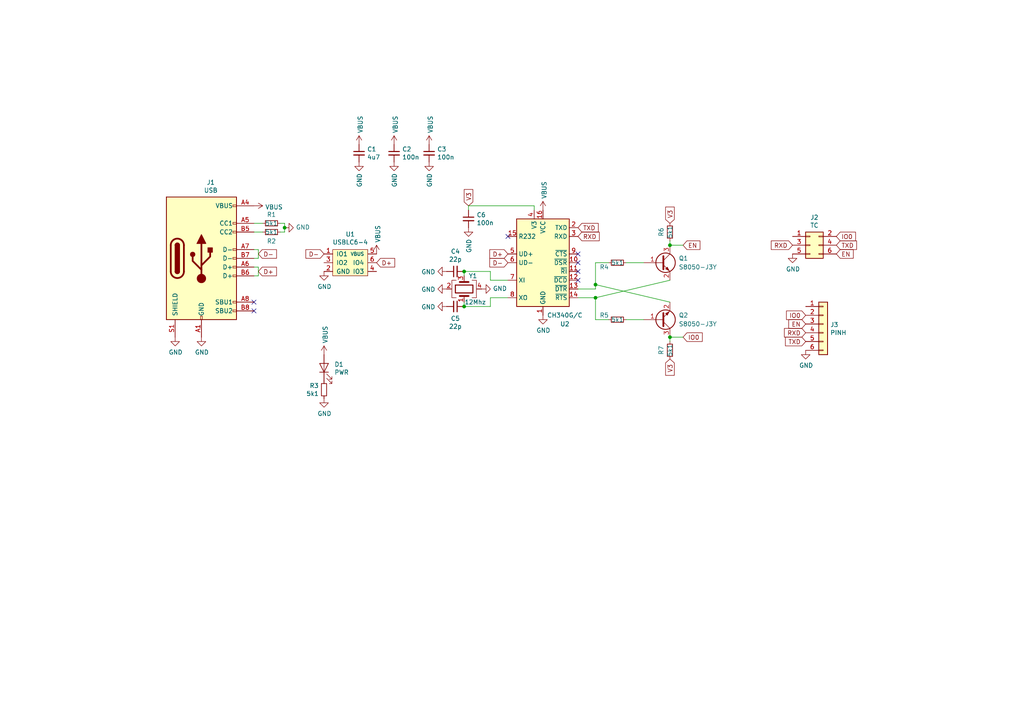
<source format=kicad_sch>
(kicad_sch (version 20211123) (generator eeschema)
  (paper "A4")
  (lib_symbols
    (symbol "Connector:USB_C_Receptacle_USB2.0" (pin_names (offset 1.016))
      (property "Reference" "J" (at -10.16 19.05 0))
      (property "Value" "USB_C_Receptacle_USB2.0" (at 19.05 19.05 0))
      (symbol "USB_C_Receptacle_USB2.0_0_0"
        (rectangle (start -0.254 -17.78) (end 0.254 -16.764))
        (rectangle (start 10.16 -14.986) (end 9.144 -15.494))
        (rectangle (start 10.16 -12.446) (end 9.144 -12.954))
        (rectangle (start 10.16 -4.826) (end 9.144 -5.334))
        (rectangle (start 10.16 -2.286) (end 9.144 -2.794))
        (rectangle (start 10.16 0.254) (end 9.144 -0.254))
        (rectangle (start 10.16 2.794) (end 9.144 2.286))
        (rectangle (start 10.16 7.874) (end 9.144 7.366))
        (rectangle (start 10.16 10.414) (end 9.144 9.906))
        (rectangle (start 10.16 15.494) (end 9.144 14.986))
      )
      (symbol "USB_C_Receptacle_USB2.0_0_1"
        (rectangle (start -10.16 17.78) (end 10.16 -17.78) (stroke (width 0.254)) (fill (type background)))
        (arc (start -8.89 -3.81) (mid -6.985 -5.715) (end -5.08 -3.81) (stroke (width 0.508)))
        (arc (start -7.62 -3.81) (mid -6.985 -4.445) (end -6.35 -3.81) (stroke (width 0.254)))
        (arc (start -7.62 -3.81) (mid -6.985 -4.445) (end -6.35 -3.81) (stroke (width 0.254)) (fill (type outline)))
        (rectangle (start -7.62 -3.81) (end -6.35 3.81) (stroke (width 0.254)) (fill (type outline)))
        (arc (start -6.35 3.81) (mid -6.985 4.445) (end -7.62 3.81) (stroke (width 0.254)))
        (arc (start -6.35 3.81) (mid -6.985 4.445) (end -7.62 3.81) (stroke (width 0.254)) (fill (type outline)))
        (arc (start -5.08 3.81) (mid -6.985 5.715) (end -8.89 3.81) (stroke (width 0.508)))
        (circle (center -2.54 1.143) (radius 0.635) (stroke (width 0.254)) (fill (type outline)))
        (circle (center 0 -5.842) (radius 1.27) (fill (type outline)))
        (polyline (pts (xy -8.89 -3.81) (xy -8.89 3.81)) (stroke (width 0.508)))
        (polyline (pts (xy -5.08 3.81) (xy -5.08 -3.81)) (stroke (width 0.508)))
        (polyline (pts (xy 0 -5.842) (xy 0 4.318)) (stroke (width 0.508)))
        (polyline (pts (xy 0 -3.302) (xy -2.54 -0.762) (xy -2.54 0.508)) (stroke (width 0.508)))
        (polyline (pts (xy 0 -2.032) (xy 2.54 0.508) (xy 2.54 1.778)) (stroke (width 0.508)))
        (polyline (pts (xy -1.27 4.318) (xy 0 6.858) (xy 1.27 4.318) (xy -1.27 4.318)) (stroke (width 0.254)) (fill (type outline)))
        (rectangle (start 1.905 1.778) (end 3.175 3.048) (stroke (width 0.254)) (fill (type outline)))
      )
      (symbol "USB_C_Receptacle_USB2.0_1_1"
        (pin power_in line (at 0 -22.86 90) (length 5.08) (name "GND") (number "A1"))
        (pin passive line (at 0 -22.86 90) (length 5.08) hide (name "GND") (number "A12"))
        (pin power_in line (at 15.24 15.24 180) (length 5.08) (name "VBUS") (number "A4"))
        (pin bidirectional line (at 15.24 10.16 180) (length 5.08) (name "CC1") (number "A5"))
        (pin bidirectional line (at 15.24 -2.54 180) (length 5.08) (name "D+") (number "A6"))
        (pin bidirectional line (at 15.24 2.54 180) (length 5.08) (name "D-") (number "A7"))
        (pin bidirectional line (at 15.24 -12.7 180) (length 5.08) (name "SBU1") (number "A8"))
        (pin passive line (at 15.24 15.24 180) (length 5.08) hide (name "VBUS") (number "A9"))
        (pin passive line (at 0 -22.86 90) (length 5.08) hide (name "GND") (number "B1"))
        (pin passive line (at 0 -22.86 90) (length 5.08) hide (name "GND") (number "B12"))
        (pin passive line (at 15.24 15.24 180) (length 5.08) hide (name "VBUS") (number "B4"))
        (pin bidirectional line (at 15.24 7.62 180) (length 5.08) (name "CC2") (number "B5"))
        (pin bidirectional line (at 15.24 -5.08 180) (length 5.08) (name "D+") (number "B6"))
        (pin bidirectional line (at 15.24 0 180) (length 5.08) (name "D-") (number "B7"))
        (pin bidirectional line (at 15.24 -15.24 180) (length 5.08) (name "SBU2") (number "B8"))
        (pin passive line (at 15.24 15.24 180) (length 5.08) hide (name "VBUS") (number "B9"))
        (pin passive line (at -7.62 -22.86 90) (length 5.08) (name "SHIELD") (number "S1"))
      )
    )
    (symbol "Connector_Generic:Conn_01x06" (pin_names (offset 1.016) hide)
      (property "Reference" "J" (at 0 7.62 0))
      (property "Value" "Conn_01x06" (at 0 -10.16 0))
      (symbol "Conn_01x06_1_1"
        (rectangle (start -1.27 -7.493) (end 0 -7.747) (stroke (width 0.1524)))
        (rectangle (start -1.27 -4.953) (end 0 -5.207) (stroke (width 0.1524)))
        (rectangle (start -1.27 -2.413) (end 0 -2.667) (stroke (width 0.1524)))
        (rectangle (start -1.27 0.127) (end 0 -0.127) (stroke (width 0.1524)))
        (rectangle (start -1.27 2.667) (end 0 2.413) (stroke (width 0.1524)))
        (rectangle (start -1.27 5.207) (end 0 4.953) (stroke (width 0.1524)))
        (rectangle (start -1.27 6.35) (end 1.27 -8.89) (stroke (width 0.254)) (fill (type background)))
        (pin passive line (at -5.08 5.08 0) (length 3.81) (name "Pin_1") (number "1"))
        (pin passive line (at -5.08 2.54 0) (length 3.81) (name "Pin_2") (number "2"))
        (pin passive line (at -5.08 0 0) (length 3.81) (name "Pin_3") (number "3"))
        (pin passive line (at -5.08 -2.54 0) (length 3.81) (name "Pin_4") (number "4"))
        (pin passive line (at -5.08 -5.08 0) (length 3.81) (name "Pin_5") (number "5"))
        (pin passive line (at -5.08 -7.62 0) (length 3.81) (name "Pin_6") (number "6"))
      )
    )
    (symbol "Connector_Generic:Conn_02x03_Odd_Even" (pin_names (offset 1.016) hide)
      (property "Reference" "J" (at 1.27 5.08 0))
      (property "Value" "Conn_02x03_Odd_Even" (at 1.27 -5.08 0))
      (symbol "Conn_02x03_Odd_Even_1_1"
        (rectangle (start -1.27 -2.413) (end 0 -2.667) (stroke (width 0.1524)))
        (rectangle (start -1.27 0.127) (end 0 -0.127) (stroke (width 0.1524)))
        (rectangle (start -1.27 2.667) (end 0 2.413) (stroke (width 0.1524)))
        (rectangle (start -1.27 3.81) (end 3.81 -3.81) (stroke (width 0.254)) (fill (type background)))
        (rectangle (start 3.81 -2.413) (end 2.54 -2.667) (stroke (width 0.1524)))
        (rectangle (start 3.81 0.127) (end 2.54 -0.127) (stroke (width 0.1524)))
        (rectangle (start 3.81 2.667) (end 2.54 2.413) (stroke (width 0.1524)))
        (pin passive line (at -5.08 2.54 0) (length 3.81) (name "Pin_1") (number "1"))
        (pin passive line (at 7.62 2.54 180) (length 3.81) (name "Pin_2") (number "2"))
        (pin passive line (at -5.08 0 0) (length 3.81) (name "Pin_3") (number "3"))
        (pin passive line (at 7.62 0 180) (length 3.81) (name "Pin_4") (number "4"))
        (pin passive line (at -5.08 -2.54 0) (length 3.81) (name "Pin_5") (number "5"))
        (pin passive line (at 7.62 -2.54 180) (length 3.81) (name "Pin_6") (number "6"))
      )
    )
    (symbol "Device:C_Small" (pin_numbers hide) (pin_names (offset 0.254) hide)
      (property "Reference" "C" (at 0.254 1.778 0))
      (property "Value" "C_Small" (at 0.254 -2.032 0))
      (symbol "C_Small_0_1"
        (polyline (pts (xy -1.524 -0.508) (xy 1.524 -0.508)) (stroke (width 0.3302)))
        (polyline (pts (xy -1.524 0.508) (xy 1.524 0.508)) (stroke (width 0.3048)))
      )
      (symbol "C_Small_1_1"
        (pin passive line (at 0 2.54 270) (length 2.032) (name "~") (number "1"))
        (pin passive line (at 0 -2.54 90) (length 2.032) (name "~") (number "2"))
      )
    )
    (symbol "Device:Crystal_GND24" (pin_names (offset 1.016) hide)
      (property "Reference" "Y" (at 3.175 5.08 0))
      (property "Value" "Crystal_GND24" (at 3.175 3.175 0))
      (symbol "Crystal_GND24_0_1"
        (rectangle (start -1.143 2.54) (end 1.143 -2.54) (stroke (width 0.3048)))
        (polyline (pts (xy -2.54 0) (xy -2.032 0)))
        (polyline (pts (xy -2.032 -1.27) (xy -2.032 1.27)) (stroke (width 0.508)))
        (polyline (pts (xy 0 -3.81) (xy 0 -3.556)))
        (polyline (pts (xy 0 3.556) (xy 0 3.81)))
        (polyline (pts (xy 2.032 -1.27) (xy 2.032 1.27)) (stroke (width 0.508)))
        (polyline (pts (xy 2.032 0) (xy 2.54 0)))
        (polyline (pts (xy -2.54 -2.286) (xy -2.54 -3.556) (xy 2.54 -3.556) (xy 2.54 -2.286)))
        (polyline (pts (xy -2.54 2.286) (xy -2.54 3.556) (xy 2.54 3.556) (xy 2.54 2.286)))
      )
      (symbol "Crystal_GND24_1_1"
        (pin passive line (at -3.81 0 0) (length 1.27) (name "1") (number "1"))
        (pin passive line (at 0 5.08 270) (length 1.27) (name "2") (number "2"))
        (pin passive line (at 3.81 0 180) (length 1.27) (name "3") (number "3"))
        (pin passive line (at 0 -5.08 90) (length 1.27) (name "4") (number "4"))
      )
    )
    (symbol "Device:LED" (pin_numbers hide) (pin_names (offset 1.016) hide)
      (property "Reference" "D" (at 0 2.54 0))
      (property "Value" "LED" (at 0 -2.54 0))
      (symbol "LED_0_1"
        (polyline (pts (xy -1.27 -1.27) (xy -1.27 1.27)) (stroke (width 0.2032)))
        (polyline (pts (xy -1.27 0) (xy 1.27 0)))
        (polyline (pts (xy 1.27 -1.27) (xy 1.27 1.27) (xy -1.27 0) (xy 1.27 -1.27)) (stroke (width 0.2032)))
        (polyline (pts (xy -3.048 -0.762) (xy -4.572 -2.286) (xy -3.81 -2.286) (xy -4.572 -2.286) (xy -4.572 -1.524)))
        (polyline (pts (xy -1.778 -0.762) (xy -3.302 -2.286) (xy -2.54 -2.286) (xy -3.302 -2.286) (xy -3.302 -1.524)))
      )
      (symbol "LED_1_1"
        (pin passive line (at -3.81 0 0) (length 2.54) (name "K") (number "1"))
        (pin passive line (at 3.81 0 180) (length 2.54) (name "A") (number "2"))
      )
    )
    (symbol "Device:R_Small" (pin_numbers hide) (pin_names (offset 0.254) hide)
      (property "Reference" "R" (at 0.762 0.508 0))
      (property "Value" "R_Small" (at 0.762 -1.016 0))
      (symbol "R_Small_0_1"
        (rectangle (start -0.762 1.778) (end 0.762 -1.778) (stroke (width 0.2032)))
      )
      (symbol "R_Small_1_1"
        (pin passive line (at 0 2.54 270) (length 0.762) (name "~") (number "1"))
        (pin passive line (at 0 -2.54 90) (length 0.762) (name "~") (number "2"))
      )
    )
    (symbol "Interface_USB:CH340G"
      (property "Reference" "U" (at -5.08 13.97 0))
      (property "Value" "CH340G" (at 1.27 13.97 0))
      (symbol "CH340G_0_1"
        (rectangle (start -7.62 12.7) (end 7.62 -12.7) (stroke (width 0.254)) (fill (type background)))
      )
      (symbol "CH340G_1_1"
        (pin power_in line (at 0 -15.24 90) (length 2.54) (name "GND") (number "1"))
        (pin input line (at 10.16 0 180) (length 2.54) (name "~{DSR}") (number "10"))
        (pin input line (at 10.16 -2.54 180) (length 2.54) (name "~{RI}") (number "11"))
        (pin input line (at 10.16 -5.08 180) (length 2.54) (name "~{DCD}") (number "12"))
        (pin output line (at 10.16 -7.62 180) (length 2.54) (name "~{DTR}") (number "13"))
        (pin output line (at 10.16 -10.16 180) (length 2.54) (name "~{RTS}") (number "14"))
        (pin input line (at -10.16 7.62 0) (length 2.54) (name "R232") (number "15"))
        (pin power_in line (at 0 15.24 270) (length 2.54) (name "VCC") (number "16"))
        (pin output line (at 10.16 10.16 180) (length 2.54) (name "TXD") (number "2"))
        (pin input line (at 10.16 7.62 180) (length 2.54) (name "RXD") (number "3"))
        (pin passive line (at -2.54 15.24 270) (length 2.54) (name "V3") (number "4"))
        (pin bidirectional line (at -10.16 2.54 0) (length 2.54) (name "UD+") (number "5"))
        (pin bidirectional line (at -10.16 0 0) (length 2.54) (name "UD-") (number "6"))
        (pin input line (at -10.16 -5.08 0) (length 2.54) (name "XI") (number "7"))
        (pin output line (at -10.16 -10.16 0) (length 2.54) (name "XO") (number "8"))
        (pin input line (at 10.16 2.54 180) (length 2.54) (name "~{CTS}") (number "9"))
      )
    )
    (symbol "caffeinated-labs:S8050-J3Y" (pin_names (offset 0) hide)
      (property "Reference" "Q" (at 5.08 1.905 0))
      (property "Value" "S8050-J3Y" (at 5.08 0 0))
      (symbol "S8050-J3Y_0_1"
        (polyline (pts (xy 0 0) (xy 0.635 0)))
        (polyline (pts (xy 0.635 0.635) (xy 2.54 2.54)))
        (polyline (pts (xy 0.635 -0.635) (xy 2.54 -2.54) (xy 2.54 -2.54)))
        (polyline (pts (xy 0.635 1.905) (xy 0.635 -1.905) (xy 0.635 -1.905)) (stroke (width 0.508)))
        (polyline (pts (xy 1.27 -1.778) (xy 1.778 -1.27) (xy 2.286 -2.286) (xy 1.27 -1.778) (xy 1.27 -1.778)) (fill (type outline)))
        (circle (center 1.27 0) (radius 2.8194) (stroke (width 0.254)))
      )
      (symbol "S8050-J3Y_1_1"
        (pin input line (at -5.08 0 0) (length 5.08) (name "B") (number "1"))
        (pin passive line (at 2.54 -5.08 90) (length 2.54) (name "E") (number "2"))
        (pin passive line (at 2.54 5.08 270) (length 2.54) (name "C") (number "3"))
      )
    )
    (symbol "otter:USBLC6-4" (pin_names (offset 1.016))
      (property "Reference" "U" (at 0 7.62 0))
      (property "Value" "otter_USBLC6-4" (at 0 5.08 0))
      (symbol "USBLC6-4_0_1"
        (rectangle (start -5.08 3.81) (end 5.08 -3.81) (fill (type background)))
      )
      (symbol "USBLC6-4_1_1"
        (pin input line (at -7.62 2.54 0) (length 2.54) (name "IO1") (number "1"))
        (pin input line (at -7.62 -2.54 0) (length 2.54) (name "GND") (number "2"))
        (pin input line (at -7.62 0 0) (length 2.54) (name "IO2") (number "3"))
        (pin input line (at 7.62 -2.54 180) (length 2.54) (name "IO3") (number "4"))
        (pin input line (at 7.62 2.54 180) (length 2.54) (name "VBUS") (number "5"))
        (pin input line (at 7.62 0 180) (length 2.54) (name "IO4") (number "6"))
      )
    )
    (symbol "power:GND" (power) (pin_names (offset 0))
      (property "Value" "GND" (at 0 -3.81 0))
      (symbol "GND_0_1"
        (polyline (pts (xy 0 0) (xy 0 -1.27) (xy 1.27 -1.27) (xy 0 -2.54) (xy -1.27 -1.27) (xy 0 -1.27)))
      )
      (symbol "GND_1_1"
        (pin power_in line (at 0 0 270) (length 0) hide (name "GND") (number "1"))
      )
    )
    (symbol "power:VBUS" (power) (pin_names (offset 0))
      (property "Value" "VBUS" (at 0 3.81 0))
      (symbol "VBUS_0_1"
        (polyline (pts (xy -0.762 1.27) (xy 0 2.54)))
        (polyline (pts (xy 0 0) (xy 0 2.54)))
        (polyline (pts (xy 0 2.54) (xy 0.762 1.27)))
      )
      (symbol "VBUS_1_1"
        (pin power_in line (at 0 0 90) (length 0) hide (name "VBUS") (number "1"))
      )
    )
  )
  (junction (at 194.31 71.12))
  (junction (at 134.62 88.9))
  (junction (at 82.55 66.04))
  (junction (at 172.72 86.36))
  (junction (at 194.31 97.79))
  (junction (at 134.62 78.74))
  (junction (at 172.72 82.55))
  (no_connect (at 167.64 81.28))
  (no_connect (at 73.66 90.17))
  (no_connect (at 73.66 87.63))
  (no_connect (at 167.64 76.2))
  (no_connect (at 167.64 78.74))
  (no_connect (at 147.32 68.58))
  (no_connect (at 167.64 73.66))
  (wire (pts (xy 74.93 80.01) (xy 73.66 80.01)))
  (wire (pts (xy 74.93 72.39) (xy 74.93 74.93)))
  (wire (pts (xy 154.94 59.69) (xy 135.89 59.69)))
  (wire (pts (xy 172.72 82.55) (xy 172.72 83.82)))
  (wire (pts (xy 74.93 77.47) (xy 74.93 80.01)))
  (wire (pts (xy 142.24 86.36) (xy 147.32 86.36)))
  (wire (pts (xy 73.66 67.31) (xy 76.2 67.31)))
  (wire (pts (xy 76.2 64.77) (xy 73.66 64.77)))
  (wire (pts (xy 154.94 60.96) (xy 154.94 59.69)))
  (wire (pts (xy 198.12 97.79) (xy 194.31 97.79)))
  (wire (pts (xy 81.28 67.31) (xy 82.55 67.31)))
  (wire (pts (xy 194.31 81.28) (xy 172.72 86.36)))
  (wire (pts (xy 194.31 71.12) (xy 194.31 69.85)))
  (wire (pts (xy 176.53 92.71) (xy 172.72 92.71)))
  (wire (pts (xy 73.66 72.39) (xy 74.93 72.39)))
  (wire (pts (xy 194.31 87.63) (xy 172.72 82.55)))
  (wire (pts (xy 74.93 74.93) (xy 73.66 74.93)))
  (wire (pts (xy 73.66 77.47) (xy 74.93 77.47)))
  (wire (pts (xy 181.61 76.2) (xy 186.69 76.2)))
  (wire (pts (xy 82.55 66.04) (xy 82.55 64.77)))
  (wire (pts (xy 134.62 87.63) (xy 134.62 88.9)))
  (wire (pts (xy 142.24 86.36) (xy 142.24 88.9)))
  (wire (pts (xy 167.64 86.36) (xy 172.72 86.36)))
  (wire (pts (xy 172.72 76.2) (xy 172.72 82.55)))
  (wire (pts (xy 82.55 64.77) (xy 81.28 64.77)))
  (wire (pts (xy 135.89 59.69) (xy 135.89 60.96)))
  (wire (pts (xy 172.72 83.82) (xy 167.64 83.82)))
  (wire (pts (xy 142.24 78.74) (xy 142.24 81.28)))
  (wire (pts (xy 198.12 71.12) (xy 194.31 71.12)))
  (wire (pts (xy 194.31 99.06) (xy 194.31 97.79)))
  (wire (pts (xy 172.72 76.2) (xy 176.53 76.2)))
  (wire (pts (xy 142.24 78.74) (xy 134.62 78.74)))
  (wire (pts (xy 82.55 67.31) (xy 82.55 66.04)))
  (wire (pts (xy 186.69 92.71) (xy 181.61 92.71)))
  (wire (pts (xy 172.72 86.36) (xy 172.72 92.71)))
  (wire (pts (xy 147.32 81.28) (xy 142.24 81.28)))
  (wire (pts (xy 134.62 88.9) (xy 142.24 88.9)))
  (wire (pts (xy 134.62 80.01) (xy 134.62 78.74)))
  (global_label "D+" (shape input) (at 74.93 78.74 0) (property "Intersheet References" "${INTERSHEET_REFS}" (effects hide)))
  (global_label "D-" (shape input) (at 147.32 76.2 180) (property "Intersheet References" "${INTERSHEET_REFS}" (effects hide)))
  (global_label "EN" (shape input) (at 198.12 71.12 0) (property "Intersheet References" "${INTERSHEET_REFS}" (effects hide)))
  (global_label "RXD" (shape input) (at 167.64 68.58 0) (property "Intersheet References" "${INTERSHEET_REFS}" (effects hide)))
  (global_label "V3" (shape input) (at 194.31 64.77 90) (property "Intersheet References" "${INTERSHEET_REFS}" (effects hide)))
  (global_label "D-" (shape input) (at 93.98 73.66 180) (property "Intersheet References" "${INTERSHEET_REFS}" (effects hide)))
  (global_label "TXD" (shape input) (at 167.64 66.04 0) (property "Intersheet References" "${INTERSHEET_REFS}" (effects hide)))
  (global_label "EN" (shape input) (at 233.68 93.98 180) (property "Intersheet References" "${INTERSHEET_REFS}" (effects hide)))
  (global_label "IO0" (shape input) (at 233.68 91.44 180) (property "Intersheet References" "${INTERSHEET_REFS}" (effects hide)))
  (global_label "D+" (shape input) (at 109.22 76.2 0) (property "Intersheet References" "${INTERSHEET_REFS}" (effects hide)))
  (global_label "IO0" (shape input) (at 242.57 68.58 0) (property "Intersheet References" "${INTERSHEET_REFS}" (effects hide)))
  (global_label "TXD" (shape input) (at 233.68 99.06 180) (property "Intersheet References" "${INTERSHEET_REFS}" (effects hide)))
  (global_label "RXD" (shape input) (at 233.68 96.52 180) (property "Intersheet References" "${INTERSHEET_REFS}" (effects hide)))
  (global_label "RXD" (shape input) (at 229.87 71.12 180) (property "Intersheet References" "${INTERSHEET_REFS}" (effects hide)))
  (global_label "IO0" (shape input) (at 198.12 97.79 0) (property "Intersheet References" "${INTERSHEET_REFS}" (effects hide)))
  (global_label "EN" (shape input) (at 242.57 73.66 0) (property "Intersheet References" "${INTERSHEET_REFS}" (effects hide)))
  (global_label "D-" (shape input) (at 74.93 73.66 0) (property "Intersheet References" "${INTERSHEET_REFS}" (effects hide)))
  (global_label "TXD" (shape input) (at 242.57 71.12 0) (property "Intersheet References" "${INTERSHEET_REFS}" (effects hide)))
  (global_label "V3" (shape input) (at 194.31 104.14 270) (property "Intersheet References" "${INTERSHEET_REFS}" (effects hide)))
  (global_label "D+" (shape input) (at 147.32 73.66 180) (property "Intersheet References" "${INTERSHEET_REFS}" (effects hide)))
  (global_label "V3" (shape input) (at 135.89 59.69 90) (property "Intersheet References" "${INTERSHEET_REFS}" (effects hide)))
  (symbol (lib_id "Connector:USB_C_Receptacle_USB2.0") (at 58.42 74.93 0) (unit 1)
    (property "Reference" "J1" (at 61.1378 52.9082 0))
    (property "Value" "USB" (at 61.1378 55.2196 0))
    (property "Footprint" "otter:USB-C 16Pin" (effects hide))
    (property "Datasheet" "https://www.usb.org/sites/default/files/documents/usb_type-c.zip" (effects hide))
  )
  (symbol (lib_id "power:GND") (at 58.42 97.79 0) (unit 1)
    (property "Reference" "#PWR0101" (effects hide))
    (property "Value" "GND" (at 58.547 102.1842 0))
  )
  (symbol (lib_id "power:GND") (at 50.8 97.79 0) (unit 1)
    (property "Reference" "#PWR0102" (effects hide))
    (property "Value" "GND" (at 50.927 102.1842 0))
  )
  (symbol (lib_id "power:VBUS") (at 73.66 59.69 270) (unit 1)
    (property "Reference" "#PWR0103" (effects hide))
    (property "Value" "VBUS" (at 76.9112 60.071 90) (effects (justify left)))
  )
  (symbol (lib_id "Device:R_Small") (at 78.74 64.77 270) (unit 1)
    (property "Reference" "R1" (at 78.74 62.23 90))
    (property "Value" "5k1" (at 78.74 64.77 90))
    (property "Footprint" "otter:R_0402" (effects hide))
  )
  (symbol (lib_id "Device:R_Small") (at 78.74 67.31 270) (unit 1)
    (property "Reference" "R2" (at 78.74 69.9516 90))
    (property "Value" "5k1" (at 78.74 67.31 90))
    (property "Footprint" "otter:R_0402" (effects hide))
  )
  (symbol (lib_id "power:GND") (at 82.55 66.04 90) (unit 1)
    (property "Reference" "#PWR0104" (effects hide))
    (property "Value" "GND" (at 85.8012 65.913 90) (effects (justify right)))
  )
  (symbol (lib_id "Interface_USB:CH340G") (at 157.48 76.2 0) (unit 1)
    (property "Reference" "U2" (at 163.83 93.98 0))
    (property "Value" "CH340G/C" (at 163.83 91.44 0))
    (property "Footprint" "otter:SOIC-16_3.9x9.9mm_P1.27mm" (effects hide))
    (property "Datasheet" "http://www.datasheet5.com/pdf-local-2195953" (effects hide))
  )
  (symbol (lib_id "power:VBUS") (at 157.48 60.96 0) (unit 1)
    (property "Reference" "#PWR0105" (effects hide))
    (property "Value" "VBUS" (at 157.861 57.7088 90) (effects (justify left)))
  )
  (symbol (lib_id "power:GND") (at 157.48 91.44 0) (unit 1)
    (property "Reference" "#PWR0106" (effects hide))
    (property "Value" "GND" (at 157.607 95.8342 0))
  )
  (symbol (lib_id "Device:R_Small") (at 179.07 76.2 270) (unit 1)
    (property "Reference" "R4" (at 175.26 77.47 90))
    (property "Value" "5k1" (at 179.07 76.2 90))
    (property "Footprint" "otter:R_0402" (effects hide))
  )
  (symbol (lib_id "Device:R_Small") (at 179.07 92.71 270) (unit 1)
    (property "Reference" "R5" (at 175.26 91.44 90))
    (property "Value" "5k1" (at 179.07 92.71 90))
    (property "Footprint" "otter:R_0402" (effects hide))
  )
  (symbol (lib_id "Device:C_Small") (at 124.46 44.45 0) (unit 1)
    (property "Reference" "C3" (at 126.7968 43.2816 0) (effects (justify left)))
    (property "Value" "100n" (at 126.7968 45.593 0) (effects (justify left)))
    (property "Footprint" "otter:C_0402" (effects hide))
  )
  (symbol (lib_id "power:VBUS") (at 124.46 41.91 0) (unit 1)
    (property "Reference" "#PWR0107" (effects hide))
    (property "Value" "VBUS" (at 124.841 38.6588 90) (effects (justify left)))
  )
  (symbol (lib_id "Device:C_Small") (at 114.3 44.45 0) (unit 1)
    (property "Reference" "C2" (at 116.6368 43.2816 0) (effects (justify left)))
    (property "Value" "100n" (at 116.6368 45.593 0) (effects (justify left)))
    (property "Footprint" "otter:C_0402" (effects hide))
  )
  (symbol (lib_id "power:VBUS") (at 114.3 41.91 0) (unit 1)
    (property "Reference" "#PWR0108" (effects hide))
    (property "Value" "VBUS" (at 114.681 38.6588 90) (effects (justify left)))
  )
  (symbol (lib_id "Device:C_Small") (at 104.14 44.45 0) (unit 1)
    (property "Reference" "C1" (at 106.4768 43.2816 0) (effects (justify left)))
    (property "Value" "4u7" (at 106.4768 45.593 0) (effects (justify left)))
    (property "Footprint" "otter:C_0805" (effects hide))
  )
  (symbol (lib_id "power:VBUS") (at 104.14 41.91 0) (unit 1)
    (property "Reference" "#PWR0109" (effects hide))
    (property "Value" "VBUS" (at 104.521 38.6588 90) (effects (justify left)))
  )
  (symbol (lib_id "power:GND") (at 104.14 46.99 0) (unit 1)
    (property "Reference" "#PWR0110" (effects hide))
    (property "Value" "GND" (at 104.267 50.2412 90) (effects (justify right)))
  )
  (symbol (lib_id "power:GND") (at 114.3 46.99 0) (unit 1)
    (property "Reference" "#PWR0111" (effects hide))
    (property "Value" "GND" (at 114.427 50.2412 90) (effects (justify right)))
  )
  (symbol (lib_id "power:GND") (at 124.46 46.99 0) (unit 1)
    (property "Reference" "#PWR0112" (effects hide))
    (property "Value" "GND" (at 124.587 50.2412 90) (effects (justify right)))
  )
  (symbol (lib_id "Device:C_Small") (at 135.89 63.5 0) (unit 1)
    (property "Reference" "C6" (at 138.2268 62.3316 0) (effects (justify left)))
    (property "Value" "100n" (at 138.2268 64.643 0) (effects (justify left)))
    (property "Footprint" "otter:C_0402" (effects hide))
  )
  (symbol (lib_id "power:GND") (at 135.89 66.04 0) (unit 1)
    (property "Reference" "#PWR0113" (effects hide))
    (property "Value" "GND" (at 136.017 69.2912 90) (effects (justify right)))
  )
  (symbol (lib_id "power:GND") (at 129.54 83.82 270) (unit 1)
    (property "Reference" "#PWR0114" (effects hide))
    (property "Value" "GND" (at 126.2888 83.947 90) (effects (justify right)))
  )
  (symbol (lib_id "Device:C_Small") (at 132.08 88.9 270) (unit 1)
    (property "Reference" "C5" (at 132.08 92.3798 90))
    (property "Value" "22p" (at 132.08 94.6912 90))
    (property "Footprint" "otter:C_0402" (effects hide))
  )
  (symbol (lib_id "Device:C_Small") (at 132.08 78.74 90) (unit 1)
    (property "Reference" "C4" (at 132.08 72.9234 90))
    (property "Value" "22p" (at 132.08 75.2348 90))
    (property "Footprint" "otter:C_0402" (effects hide))
  )
  (symbol (lib_id "power:GND") (at 129.54 78.74 270) (unit 1)
    (property "Reference" "#PWR0115" (effects hide))
    (property "Value" "GND" (at 126.2888 78.867 90) (effects (justify right)))
  )
  (symbol (lib_id "power:GND") (at 129.54 88.9 270) (unit 1)
    (property "Reference" "#PWR0116" (effects hide))
    (property "Value" "GND" (at 126.2888 89.027 90) (effects (justify right)))
  )
  (symbol (lib_id "otter:USBLC6-4") (at 101.6 76.2 0) (unit 1)
    (property "Reference" "U1" (at 101.6 67.945 0))
    (property "Value" "USBLC6-4" (at 101.6 70.2564 0))
    (property "Footprint" "Package_TO_SOT_SMD:SOT-23-6" (effects hide))
  )
  (symbol (lib_id "power:VBUS") (at 109.22 73.66 0) (unit 1)
    (property "Reference" "#PWR0117" (effects hide))
    (property "Value" "VBUS" (at 109.601 70.4088 90) (effects (justify left)))
  )
  (symbol (lib_id "power:GND") (at 93.98 78.74 0) (unit 1)
    (property "Reference" "#PWR0118" (effects hide))
    (property "Value" "GND" (at 94.107 83.1342 0))
  )
  (symbol (lib_id "Connector_Generic:Conn_01x06") (at 238.76 93.98 0) (unit 1)
    (property "Reference" "J3" (at 240.792 94.1832 0) (effects (justify left)))
    (property "Value" "PINH" (at 240.792 96.4946 0) (effects (justify left)))
    (property "Footprint" "otter:PinHeader_1x06_P2.54mm_Vertical_center" (effects hide))
  )
  (symbol (lib_id "power:GND") (at 233.68 101.6 0) (unit 1)
    (property "Reference" "#PWR0120" (effects hide))
    (property "Value" "GND" (at 233.807 105.9942 0))
  )
  (symbol (lib_id "Connector_Generic:Conn_02x03_Odd_Even") (at 234.95 71.12 0) (unit 1)
    (property "Reference" "J2" (at 236.22 63.0682 0))
    (property "Value" "TC" (at 236.22 65.3796 0))
    (property "Footprint" "otter:IDC-Header_2x03_P2.54mm_Vertical_center" (effects hide))
  )
  (symbol (lib_id "power:GND") (at 229.87 73.66 0) (unit 1)
    (property "Reference" "#PWR0121" (effects hide))
    (property "Value" "GND" (at 229.997 78.0542 0))
  )
  (symbol (lib_id "Device:LED") (at 93.98 106.68 90) (unit 1)
    (property "Reference" "D1" (at 96.9772 105.6894 90) (effects (justify right)))
    (property "Value" "PWR" (at 96.9772 108.0008 90) (effects (justify right)))
    (property "Footprint" "LED_SMD:LED_0603_1608Metric" (effects hide))
  )
  (symbol (lib_id "Device:R_Small") (at 93.98 113.03 0) (unit 1)
    (property "Reference" "R3" (at 92.4814 111.8616 0) (effects (justify right)))
    (property "Value" "5k1" (at 92.4814 114.173 0) (effects (justify right)))
    (property "Footprint" "otter:R_0402" (effects hide))
  )
  (symbol (lib_id "power:GND") (at 93.98 115.57 0) (unit 1)
    (property "Reference" "#PWR0122" (effects hide))
    (property "Value" "GND" (at 94.107 119.9642 0))
  )
  (symbol (lib_id "power:VBUS") (at 93.98 102.87 0) (unit 1)
    (property "Reference" "#PWR0123" (effects hide))
    (property "Value" "VBUS" (at 94.361 99.6188 90) (effects (justify left)))
  )
  (symbol (lib_id "Device:Crystal_GND24") (at 134.62 83.82 90) (unit 1)
    (property "Reference" "Y1" (at 138.43 80.01 90) (effects (justify left)))
    (property "Value" "12Mhz" (at 140.97 87.63 90) (effects (justify left)))
    (property "Footprint" "Crystal:Crystal_SMD_3225-4Pin_3.2x2.5mm" (effects hide))
  )
  (symbol (lib_id "power:GND") (at 139.7 83.82 90) (unit 1)
    (property "Reference" "#PWR0124" (effects hide))
    (property "Value" "GND" (at 142.9512 83.693 90) (effects (justify right)))
  )
  (symbol (lib_id "Device:R_Small") (at 194.31 101.6 0) (unit 1)
    (property "Reference" "R7" (at 191.77 101.6 90))
    (property "Value" "5k1" (at 194.31 101.6 90))
    (property "Footprint" "otter:R_0402" (effects hide))
  )
  (symbol (lib_id "caffeinated-labs:S8050-J3Y") (at 191.77 92.71 0) (mirror x) (unit 1)
    (property "Reference" "Q2" (at 196.85 91.4399 0) (effects (justify left)))
    (property "Value" "S8050-J3Y" (at 196.85 93.9799 0) (effects (justify left)))
    (property "Footprint" "Package_TO_SOT_SMD:SOT-23" (effects hide))
    (property "Datasheet" "http://www.unisonic.com.tw/datasheet/S8050.pdf" (effects hide))
  )
  (symbol (lib_id "Device:R_Small") (at 194.31 67.31 0) (unit 1)
    (property "Reference" "R6" (at 191.77 67.31 90))
    (property "Value" "5k1" (at 194.31 67.31 90))
    (property "Footprint" "otter:R_0402" (effects hide))
  )
  (symbol (lib_id "caffeinated-labs:S8050-J3Y") (at 191.77 76.2 0) (unit 1)
    (property "Reference" "Q1" (at 196.85 74.9299 0) (effects (justify left)))
    (property "Value" "S8050-J3Y" (at 196.85 77.4699 0) (effects (justify left)))
    (property "Footprint" "Package_TO_SOT_SMD:SOT-23" (effects hide))
    (property "Datasheet" "http://www.unisonic.com.tw/datasheet/S8050.pdf" (effects hide))
  )
)
</source>
